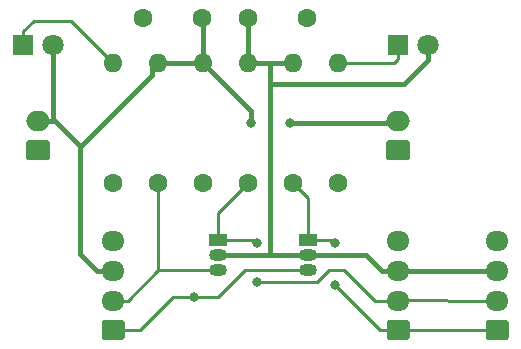
<source format=gbr>
G04 #@! TF.GenerationSoftware,KiCad,Pcbnew,(5.1.5)-3*
G04 #@! TF.CreationDate,2021-02-26T20:57:10+11:00*
G04 #@! TF.ProjectId,I2C_Interface,4932435f-496e-4746-9572-666163652e6b,rev?*
G04 #@! TF.SameCoordinates,Original*
G04 #@! TF.FileFunction,Copper,L1,Top*
G04 #@! TF.FilePolarity,Positive*
%FSLAX46Y46*%
G04 Gerber Fmt 4.6, Leading zero omitted, Abs format (unit mm)*
G04 Created by KiCad (PCBNEW (5.1.5)-3) date 2021-02-26 20:57:10*
%MOMM*%
%LPD*%
G04 APERTURE LIST*
%ADD10C,1.600000*%
%ADD11O,1.600000X1.600000*%
%ADD12O,1.500000X1.050000*%
%ADD13R,1.500000X1.050000*%
%ADD14C,0.100000*%
%ADD15O,2.000000X1.700000*%
%ADD16O,1.950000X1.700000*%
%ADD17C,1.800000*%
%ADD18R,1.800000X1.800000*%
%ADD19C,0.800000*%
%ADD20C,0.400000*%
%ADD21C,0.250000*%
G04 APERTURE END LIST*
D10*
X165100000Y-99584000D03*
D11*
X165100000Y-89424000D03*
X157480000Y-89424000D03*
D10*
X157480000Y-99584000D03*
D12*
X173990000Y-105680000D03*
X173990000Y-106950000D03*
D13*
X173990000Y-104410000D03*
G04 #@! TA.AperFunction,ComponentPad*
D14*
G36*
X151904504Y-95941204D02*
G01*
X151928773Y-95944804D01*
X151952571Y-95950765D01*
X151975671Y-95959030D01*
X151997849Y-95969520D01*
X152018893Y-95982133D01*
X152038598Y-95996747D01*
X152056777Y-96013223D01*
X152073253Y-96031402D01*
X152087867Y-96051107D01*
X152100480Y-96072151D01*
X152110970Y-96094329D01*
X152119235Y-96117429D01*
X152125196Y-96141227D01*
X152128796Y-96165496D01*
X152130000Y-96190000D01*
X152130000Y-97390000D01*
X152128796Y-97414504D01*
X152125196Y-97438773D01*
X152119235Y-97462571D01*
X152110970Y-97485671D01*
X152100480Y-97507849D01*
X152087867Y-97528893D01*
X152073253Y-97548598D01*
X152056777Y-97566777D01*
X152038598Y-97583253D01*
X152018893Y-97597867D01*
X151997849Y-97610480D01*
X151975671Y-97620970D01*
X151952571Y-97629235D01*
X151928773Y-97635196D01*
X151904504Y-97638796D01*
X151880000Y-97640000D01*
X150380000Y-97640000D01*
X150355496Y-97638796D01*
X150331227Y-97635196D01*
X150307429Y-97629235D01*
X150284329Y-97620970D01*
X150262151Y-97610480D01*
X150241107Y-97597867D01*
X150221402Y-97583253D01*
X150203223Y-97566777D01*
X150186747Y-97548598D01*
X150172133Y-97528893D01*
X150159520Y-97507849D01*
X150149030Y-97485671D01*
X150140765Y-97462571D01*
X150134804Y-97438773D01*
X150131204Y-97414504D01*
X150130000Y-97390000D01*
X150130000Y-96190000D01*
X150131204Y-96165496D01*
X150134804Y-96141227D01*
X150140765Y-96117429D01*
X150149030Y-96094329D01*
X150159520Y-96072151D01*
X150172133Y-96051107D01*
X150186747Y-96031402D01*
X150203223Y-96013223D01*
X150221402Y-95996747D01*
X150241107Y-95982133D01*
X150262151Y-95969520D01*
X150284329Y-95959030D01*
X150307429Y-95950765D01*
X150331227Y-95944804D01*
X150355496Y-95941204D01*
X150380000Y-95940000D01*
X151880000Y-95940000D01*
X151904504Y-95941204D01*
G37*
G04 #@! TD.AperFunction*
D15*
X151130000Y-94290000D03*
D13*
X166370000Y-104410000D03*
D12*
X166370000Y-106950000D03*
X166370000Y-105680000D03*
D16*
X181610000Y-104530000D03*
X181610000Y-107030000D03*
X181610000Y-109530000D03*
G04 #@! TA.AperFunction,ComponentPad*
D14*
G36*
X182359504Y-111181204D02*
G01*
X182383773Y-111184804D01*
X182407571Y-111190765D01*
X182430671Y-111199030D01*
X182452849Y-111209520D01*
X182473893Y-111222133D01*
X182493598Y-111236747D01*
X182511777Y-111253223D01*
X182528253Y-111271402D01*
X182542867Y-111291107D01*
X182555480Y-111312151D01*
X182565970Y-111334329D01*
X182574235Y-111357429D01*
X182580196Y-111381227D01*
X182583796Y-111405496D01*
X182585000Y-111430000D01*
X182585000Y-112630000D01*
X182583796Y-112654504D01*
X182580196Y-112678773D01*
X182574235Y-112702571D01*
X182565970Y-112725671D01*
X182555480Y-112747849D01*
X182542867Y-112768893D01*
X182528253Y-112788598D01*
X182511777Y-112806777D01*
X182493598Y-112823253D01*
X182473893Y-112837867D01*
X182452849Y-112850480D01*
X182430671Y-112860970D01*
X182407571Y-112869235D01*
X182383773Y-112875196D01*
X182359504Y-112878796D01*
X182335000Y-112880000D01*
X180885000Y-112880000D01*
X180860496Y-112878796D01*
X180836227Y-112875196D01*
X180812429Y-112869235D01*
X180789329Y-112860970D01*
X180767151Y-112850480D01*
X180746107Y-112837867D01*
X180726402Y-112823253D01*
X180708223Y-112806777D01*
X180691747Y-112788598D01*
X180677133Y-112768893D01*
X180664520Y-112747849D01*
X180654030Y-112725671D01*
X180645765Y-112702571D01*
X180639804Y-112678773D01*
X180636204Y-112654504D01*
X180635000Y-112630000D01*
X180635000Y-111430000D01*
X180636204Y-111405496D01*
X180639804Y-111381227D01*
X180645765Y-111357429D01*
X180654030Y-111334329D01*
X180664520Y-111312151D01*
X180677133Y-111291107D01*
X180691747Y-111271402D01*
X180708223Y-111253223D01*
X180726402Y-111236747D01*
X180746107Y-111222133D01*
X180767151Y-111209520D01*
X180789329Y-111199030D01*
X180812429Y-111190765D01*
X180836227Y-111184804D01*
X180860496Y-111181204D01*
X180885000Y-111180000D01*
X182335000Y-111180000D01*
X182359504Y-111181204D01*
G37*
G04 #@! TD.AperFunction*
D15*
X181610000Y-94290000D03*
G04 #@! TA.AperFunction,ComponentPad*
D14*
G36*
X182384504Y-95941204D02*
G01*
X182408773Y-95944804D01*
X182432571Y-95950765D01*
X182455671Y-95959030D01*
X182477849Y-95969520D01*
X182498893Y-95982133D01*
X182518598Y-95996747D01*
X182536777Y-96013223D01*
X182553253Y-96031402D01*
X182567867Y-96051107D01*
X182580480Y-96072151D01*
X182590970Y-96094329D01*
X182599235Y-96117429D01*
X182605196Y-96141227D01*
X182608796Y-96165496D01*
X182610000Y-96190000D01*
X182610000Y-97390000D01*
X182608796Y-97414504D01*
X182605196Y-97438773D01*
X182599235Y-97462571D01*
X182590970Y-97485671D01*
X182580480Y-97507849D01*
X182567867Y-97528893D01*
X182553253Y-97548598D01*
X182536777Y-97566777D01*
X182518598Y-97583253D01*
X182498893Y-97597867D01*
X182477849Y-97610480D01*
X182455671Y-97620970D01*
X182432571Y-97629235D01*
X182408773Y-97635196D01*
X182384504Y-97638796D01*
X182360000Y-97640000D01*
X180860000Y-97640000D01*
X180835496Y-97638796D01*
X180811227Y-97635196D01*
X180787429Y-97629235D01*
X180764329Y-97620970D01*
X180742151Y-97610480D01*
X180721107Y-97597867D01*
X180701402Y-97583253D01*
X180683223Y-97566777D01*
X180666747Y-97548598D01*
X180652133Y-97528893D01*
X180639520Y-97507849D01*
X180629030Y-97485671D01*
X180620765Y-97462571D01*
X180614804Y-97438773D01*
X180611204Y-97414504D01*
X180610000Y-97390000D01*
X180610000Y-96190000D01*
X180611204Y-96165496D01*
X180614804Y-96141227D01*
X180620765Y-96117429D01*
X180629030Y-96094329D01*
X180639520Y-96072151D01*
X180652133Y-96051107D01*
X180666747Y-96031402D01*
X180683223Y-96013223D01*
X180701402Y-95996747D01*
X180721107Y-95982133D01*
X180742151Y-95969520D01*
X180764329Y-95959030D01*
X180787429Y-95950765D01*
X180811227Y-95944804D01*
X180835496Y-95941204D01*
X180860000Y-95940000D01*
X182360000Y-95940000D01*
X182384504Y-95941204D01*
G37*
G04 #@! TD.AperFunction*
G04 #@! TA.AperFunction,ComponentPad*
G36*
X190749504Y-111181204D02*
G01*
X190773773Y-111184804D01*
X190797571Y-111190765D01*
X190820671Y-111199030D01*
X190842849Y-111209520D01*
X190863893Y-111222133D01*
X190883598Y-111236747D01*
X190901777Y-111253223D01*
X190918253Y-111271402D01*
X190932867Y-111291107D01*
X190945480Y-111312151D01*
X190955970Y-111334329D01*
X190964235Y-111357429D01*
X190970196Y-111381227D01*
X190973796Y-111405496D01*
X190975000Y-111430000D01*
X190975000Y-112630000D01*
X190973796Y-112654504D01*
X190970196Y-112678773D01*
X190964235Y-112702571D01*
X190955970Y-112725671D01*
X190945480Y-112747849D01*
X190932867Y-112768893D01*
X190918253Y-112788598D01*
X190901777Y-112806777D01*
X190883598Y-112823253D01*
X190863893Y-112837867D01*
X190842849Y-112850480D01*
X190820671Y-112860970D01*
X190797571Y-112869235D01*
X190773773Y-112875196D01*
X190749504Y-112878796D01*
X190725000Y-112880000D01*
X189275000Y-112880000D01*
X189250496Y-112878796D01*
X189226227Y-112875196D01*
X189202429Y-112869235D01*
X189179329Y-112860970D01*
X189157151Y-112850480D01*
X189136107Y-112837867D01*
X189116402Y-112823253D01*
X189098223Y-112806777D01*
X189081747Y-112788598D01*
X189067133Y-112768893D01*
X189054520Y-112747849D01*
X189044030Y-112725671D01*
X189035765Y-112702571D01*
X189029804Y-112678773D01*
X189026204Y-112654504D01*
X189025000Y-112630000D01*
X189025000Y-111430000D01*
X189026204Y-111405496D01*
X189029804Y-111381227D01*
X189035765Y-111357429D01*
X189044030Y-111334329D01*
X189054520Y-111312151D01*
X189067133Y-111291107D01*
X189081747Y-111271402D01*
X189098223Y-111253223D01*
X189116402Y-111236747D01*
X189136107Y-111222133D01*
X189157151Y-111209520D01*
X189179329Y-111199030D01*
X189202429Y-111190765D01*
X189226227Y-111184804D01*
X189250496Y-111181204D01*
X189275000Y-111180000D01*
X190725000Y-111180000D01*
X190749504Y-111181204D01*
G37*
G04 #@! TD.AperFunction*
D16*
X190000000Y-109530000D03*
X190000000Y-107030000D03*
X190000000Y-104530000D03*
G04 #@! TA.AperFunction,ComponentPad*
D14*
G36*
X158229504Y-111181204D02*
G01*
X158253773Y-111184804D01*
X158277571Y-111190765D01*
X158300671Y-111199030D01*
X158322849Y-111209520D01*
X158343893Y-111222133D01*
X158363598Y-111236747D01*
X158381777Y-111253223D01*
X158398253Y-111271402D01*
X158412867Y-111291107D01*
X158425480Y-111312151D01*
X158435970Y-111334329D01*
X158444235Y-111357429D01*
X158450196Y-111381227D01*
X158453796Y-111405496D01*
X158455000Y-111430000D01*
X158455000Y-112630000D01*
X158453796Y-112654504D01*
X158450196Y-112678773D01*
X158444235Y-112702571D01*
X158435970Y-112725671D01*
X158425480Y-112747849D01*
X158412867Y-112768893D01*
X158398253Y-112788598D01*
X158381777Y-112806777D01*
X158363598Y-112823253D01*
X158343893Y-112837867D01*
X158322849Y-112850480D01*
X158300671Y-112860970D01*
X158277571Y-112869235D01*
X158253773Y-112875196D01*
X158229504Y-112878796D01*
X158205000Y-112880000D01*
X156755000Y-112880000D01*
X156730496Y-112878796D01*
X156706227Y-112875196D01*
X156682429Y-112869235D01*
X156659329Y-112860970D01*
X156637151Y-112850480D01*
X156616107Y-112837867D01*
X156596402Y-112823253D01*
X156578223Y-112806777D01*
X156561747Y-112788598D01*
X156547133Y-112768893D01*
X156534520Y-112747849D01*
X156524030Y-112725671D01*
X156515765Y-112702571D01*
X156509804Y-112678773D01*
X156506204Y-112654504D01*
X156505000Y-112630000D01*
X156505000Y-111430000D01*
X156506204Y-111405496D01*
X156509804Y-111381227D01*
X156515765Y-111357429D01*
X156524030Y-111334329D01*
X156534520Y-111312151D01*
X156547133Y-111291107D01*
X156561747Y-111271402D01*
X156578223Y-111253223D01*
X156596402Y-111236747D01*
X156616107Y-111222133D01*
X156637151Y-111209520D01*
X156659329Y-111199030D01*
X156682429Y-111190765D01*
X156706227Y-111184804D01*
X156730496Y-111181204D01*
X156755000Y-111180000D01*
X158205000Y-111180000D01*
X158229504Y-111181204D01*
G37*
G04 #@! TD.AperFunction*
D16*
X157480000Y-109530000D03*
X157480000Y-107030000D03*
X157480000Y-104530000D03*
D11*
X161290000Y-89424000D03*
D10*
X161290000Y-99584000D03*
D11*
X168910000Y-89424000D03*
D10*
X168910000Y-99584000D03*
X172720000Y-99584000D03*
D11*
X172720000Y-89424000D03*
D17*
X184150000Y-87900000D03*
D18*
X181610000Y-87900000D03*
X149860000Y-87900000D03*
D17*
X152400000Y-87900000D03*
D10*
X176530000Y-99584000D03*
D11*
X176530000Y-89424000D03*
D10*
X160020000Y-85598000D03*
X165020000Y-85598000D03*
X173910000Y-85598000D03*
X168910000Y-85598000D03*
D19*
X169672000Y-104648000D03*
X169672000Y-107950000D03*
X176276000Y-104648000D03*
X176276000Y-108204000D03*
X169164000Y-94488000D03*
X172466000Y-94488000D03*
X164338000Y-109220000D03*
D20*
X188625000Y-107030000D02*
X181610000Y-107030000D01*
X190000000Y-107030000D02*
X188625000Y-107030000D01*
X175140000Y-105680000D02*
X173990000Y-105680000D01*
X180235000Y-107030000D02*
X178885000Y-105680000D01*
X178885000Y-105680000D02*
X175140000Y-105680000D01*
X181610000Y-107030000D02*
X180235000Y-107030000D01*
X170799000Y-105521000D02*
X170942000Y-105664000D01*
X168910000Y-89424000D02*
X170799000Y-89424000D01*
X170799000Y-89424000D02*
X172720000Y-89424000D01*
X173990000Y-105680000D02*
X170942000Y-105664000D01*
X170942000Y-105664000D02*
X166370000Y-105680000D01*
X184150000Y-89172792D02*
X182152792Y-91170000D01*
X184150000Y-87900000D02*
X184150000Y-89172792D01*
X170799000Y-89424000D02*
X170799000Y-92694000D01*
X182152792Y-91170000D02*
X170799000Y-91170000D01*
X170799000Y-91170000D02*
X170799000Y-105521000D01*
X168910000Y-89424000D02*
X168910000Y-85598000D01*
D21*
X181610000Y-109530000D02*
X181610000Y-109474000D01*
X181610000Y-109474000D02*
X190000000Y-109530000D01*
X166370000Y-102124000D02*
X166370000Y-104410000D01*
X168910000Y-99584000D02*
X166370000Y-102124000D01*
X169434000Y-104410000D02*
X169672000Y-104648000D01*
X166370000Y-104410000D02*
X169434000Y-104410000D01*
X169672000Y-107950000D02*
X174752000Y-107950000D01*
X174752000Y-107950000D02*
X175768000Y-106934000D01*
X175768000Y-106934000D02*
X177038000Y-106934000D01*
X179634000Y-109530000D02*
X181610000Y-109530000D01*
X177038000Y-106934000D02*
X179634000Y-109530000D01*
X173990000Y-100854000D02*
X172720000Y-99584000D01*
X173990000Y-100854000D02*
X173990000Y-104410000D01*
X181610000Y-112014000D02*
X190000000Y-112030000D01*
X181610000Y-112030000D02*
X181610000Y-112014000D01*
X180102000Y-112030000D02*
X181610000Y-112030000D01*
X176276000Y-108204000D02*
X180102000Y-112030000D01*
X176038000Y-104410000D02*
X176276000Y-104648000D01*
X173990000Y-104410000D02*
X176038000Y-104410000D01*
X181610000Y-94290000D02*
X181610000Y-94250000D01*
X151150000Y-94290000D02*
X151130000Y-94270000D01*
X151130000Y-94270000D02*
X151110000Y-94270000D01*
X157480000Y-107030000D02*
X156560000Y-107030000D01*
D20*
X156105000Y-107030000D02*
X154686000Y-105611000D01*
X157480000Y-107030000D02*
X156105000Y-107030000D01*
X152530000Y-94290000D02*
X151130000Y-94290000D01*
X154686000Y-96446000D02*
X152530000Y-94290000D01*
X154686000Y-105611000D02*
X154686000Y-96446000D01*
X152400000Y-94160000D02*
X152530000Y-94290000D01*
X165100000Y-89424000D02*
X161290000Y-89424000D01*
X152400000Y-87900000D02*
X152400000Y-90170000D01*
X152400000Y-90170000D02*
X152400000Y-94160000D01*
X165100000Y-85678000D02*
X165020000Y-85598000D01*
X165100000Y-89424000D02*
X165100000Y-85678000D01*
X160782000Y-89932000D02*
X161290000Y-89424000D01*
X160782000Y-90424000D02*
X160782000Y-89932000D01*
X154686000Y-96446000D02*
X154760000Y-96446000D01*
X154760000Y-96446000D02*
X160782000Y-90424000D01*
X181412000Y-94488000D02*
X181610000Y-94290000D01*
X172466000Y-94488000D02*
X181412000Y-94488000D01*
X169164000Y-93922315D02*
X169164000Y-94488000D01*
X169164000Y-93488000D02*
X169164000Y-93922315D01*
X165100000Y-89424000D02*
X169164000Y-93488000D01*
D21*
X157480000Y-112030000D02*
X159750000Y-112030000D01*
X159750000Y-112030000D02*
X162560000Y-109220000D01*
X172990000Y-106950000D02*
X172974000Y-106934000D01*
X173990000Y-106950000D02*
X172990000Y-106950000D01*
X172974000Y-106934000D02*
X168656000Y-106934000D01*
X166370000Y-109220000D02*
X164338000Y-109220000D01*
X168656000Y-106934000D02*
X166370000Y-109220000D01*
X164338000Y-109220000D02*
X162560000Y-109220000D01*
X157480000Y-109530000D02*
X158710000Y-109530000D01*
X161290000Y-106950000D02*
X166370000Y-106950000D01*
X161290000Y-99584000D02*
X161290000Y-106934000D01*
X158710000Y-109530000D02*
X161290000Y-106934000D01*
X161290000Y-106934000D02*
X161290000Y-106950000D01*
X181610000Y-89050000D02*
X181610000Y-87900000D01*
X181236000Y-89424000D02*
X181610000Y-89050000D01*
X176530000Y-89424000D02*
X181236000Y-89424000D01*
X149860000Y-86750000D02*
X150758000Y-85852000D01*
X149860000Y-87900000D02*
X149860000Y-86750000D01*
X153908000Y-85852000D02*
X157480000Y-89424000D01*
X150758000Y-85852000D02*
X153908000Y-85852000D01*
M02*

</source>
